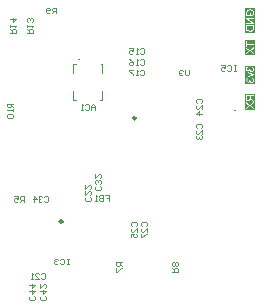
<source format=gbo>
G04*
G04 #@! TF.GenerationSoftware,Altium Limited,Altium Designer,22.10.1 (41)*
G04*
G04 Layer_Color=32896*
%FSLAX44Y44*%
%MOMM*%
G71*
G04*
G04 #@! TF.SameCoordinates,35C75811-A236-4261-A3B1-3B9E0A362E8F*
G04*
G04*
G04 #@! TF.FilePolarity,Positive*
G04*
G01*
G75*
%ADD10C,0.1000*%
%ADD12C,0.2500*%
G36*
X942699Y756825D02*
Y743175D01*
X934301D01*
Y756825D01*
X942699D01*
D02*
G37*
G36*
X942768Y780819D02*
Y765181D01*
X934232D01*
Y780819D01*
X942768D01*
D02*
G37*
G36*
X942699Y802575D02*
Y789425D01*
X934301D01*
Y802575D01*
X942699D01*
D02*
G37*
G36*
X942810Y808542D02*
X934190D01*
Y829458D01*
X942810D01*
Y808542D01*
D02*
G37*
%LPC*%
G36*
X941699Y755825D02*
X935301D01*
Y750203D01*
Y752857D01*
X935310Y752783D01*
Y752700D01*
X935320Y752506D01*
X935347Y752302D01*
X935375Y752080D01*
X935421Y751877D01*
X935449Y751775D01*
X935477Y751692D01*
Y751683D01*
X935486Y751674D01*
X935514Y751618D01*
X935551Y751535D01*
X935615Y751433D01*
X935698Y751322D01*
X935809Y751202D01*
X935939Y751091D01*
X936087Y750980D01*
X936096D01*
X936105Y750971D01*
X936161Y750934D01*
X936253Y750897D01*
X936374Y750841D01*
X936512Y750795D01*
X936679Y750749D01*
X936854Y750721D01*
X937048Y750712D01*
X937058D01*
X937076D01*
X937113D01*
X937159Y750721D01*
X937224D01*
X937289Y750730D01*
X937446Y750767D01*
X937631Y750823D01*
X937825Y750897D01*
X938019Y751008D01*
X938112Y751082D01*
X938204Y751156D01*
X938213Y751165D01*
X938223Y751174D01*
X938250Y751202D01*
X938278Y751239D01*
X938315Y751285D01*
X938352Y751341D01*
X938398Y751415D01*
X938454Y751489D01*
X938500Y751581D01*
X938546Y751683D01*
X938602Y751794D01*
X938648Y751914D01*
X938685Y752053D01*
X938731Y752191D01*
X938759Y752348D01*
X938787Y752515D01*
X938796Y752496D01*
X938814Y752459D01*
X938851Y752404D01*
X938888Y752330D01*
X938990Y752163D01*
X939055Y752080D01*
X939110Y752006D01*
X939129Y751988D01*
X939175Y751942D01*
X939249Y751868D01*
X939341Y751775D01*
X939471Y751674D01*
X939609Y751553D01*
X939776Y751433D01*
X939961Y751304D01*
X941699Y750203D01*
Y751257D01*
X940368Y752099D01*
X940358D01*
X940340Y752117D01*
X940312Y752136D01*
X940275Y752163D01*
X940173Y752228D01*
X940044Y752311D01*
X939905Y752413D01*
X939757Y752515D01*
X939619Y752617D01*
X939489Y752709D01*
X939480Y752718D01*
X939443Y752746D01*
X939388Y752792D01*
X939323Y752857D01*
X939184Y752996D01*
X939119Y753070D01*
X939064Y753143D01*
X939055Y753153D01*
X939045Y753171D01*
X939027Y753208D01*
X938999Y753264D01*
X938971Y753319D01*
X938944Y753384D01*
X938897Y753532D01*
Y753541D01*
X938888Y753560D01*
Y753597D01*
X938879Y753643D01*
X938870Y753708D01*
Y753782D01*
X938860Y753883D01*
Y754974D01*
X941699D01*
Y755825D01*
D02*
G37*
G36*
Y750037D02*
X938389Y747568D01*
X935301Y749750D01*
Y750037D01*
Y748743D01*
X936947Y747578D01*
X936956D01*
X936965Y747559D01*
X936993Y747541D01*
X937030Y747513D01*
X937122Y747458D01*
X937233Y747374D01*
X937363Y747291D01*
X937492Y747208D01*
X937612Y747134D01*
X937723Y747069D01*
X937705Y747060D01*
X937668Y747032D01*
X937594Y746986D01*
X937501Y746921D01*
X937400Y746847D01*
X937270Y746755D01*
X937141Y746662D01*
X937002Y746551D01*
X935301Y745275D01*
Y744175D01*
Y744351D01*
X938343Y746570D01*
X941699Y744175D01*
Y745220D01*
X939425Y746838D01*
X939415Y746847D01*
X939388Y746866D01*
X939351Y746884D01*
X939304Y746921D01*
X939175Y747004D01*
X939036Y747097D01*
X939045Y747106D01*
X939082Y747134D01*
X939138Y747171D01*
X939212Y747217D01*
X939360Y747319D01*
X939425Y747365D01*
X939480Y747402D01*
X941699Y749020D01*
Y750037D01*
D02*
G37*
%LPD*%
G36*
X938130Y753070D02*
X938121Y752959D01*
X938112Y752829D01*
X938102Y752681D01*
X938084Y752533D01*
X938056Y752385D01*
X938019Y752256D01*
X938010Y752237D01*
X937991Y752200D01*
X937964Y752145D01*
X937927Y752071D01*
X937871Y751988D01*
X937806Y751905D01*
X937723Y751821D01*
X937631Y751757D01*
X937622Y751747D01*
X937585Y751729D01*
X937529Y751701D01*
X937455Y751664D01*
X937372Y751637D01*
X937280Y751609D01*
X937169Y751590D01*
X937058Y751581D01*
X937048D01*
X937039D01*
X936984Y751590D01*
X936900Y751600D01*
X936789Y751618D01*
X936679Y751664D01*
X936549Y751720D01*
X936429Y751803D01*
X936309Y751914D01*
X936300Y751932D01*
X936263Y751979D01*
X936216Y752053D01*
X936161Y752173D01*
X936105Y752311D01*
X936059Y752496D01*
X936022Y752709D01*
X936013Y752959D01*
Y754974D01*
X938130D01*
Y753070D01*
D02*
G37*
%LPC*%
G36*
X939965Y779819D02*
D01*
X939864Y779033D01*
X939873D01*
X939891Y779024D01*
X939928Y779014D01*
X939975Y779005D01*
X940030Y778996D01*
X940095Y778977D01*
X940234Y778931D01*
X940400Y778866D01*
X940557Y778783D01*
X940705Y778691D01*
X940835Y778580D01*
X940844Y778561D01*
X940881Y778524D01*
X940927Y778450D01*
X940973Y778358D01*
X941029Y778247D01*
X941075Y778108D01*
X941112Y777951D01*
X941121Y777785D01*
Y777729D01*
X941112Y777692D01*
X941103Y777590D01*
X941075Y777461D01*
X941029Y777313D01*
X940964Y777156D01*
X940871Y776999D01*
X940742Y776851D01*
X940723Y776832D01*
X940668Y776786D01*
X940585Y776731D01*
X940474Y776657D01*
X940335Y776583D01*
X940178Y776527D01*
X939993Y776481D01*
X939790Y776462D01*
X939781D01*
X939762D01*
X939734D01*
X939697Y776472D01*
X939596Y776481D01*
X939475Y776509D01*
X939327Y776546D01*
X939180Y776610D01*
X939032Y776703D01*
X938893Y776823D01*
X938874Y776842D01*
X938837Y776888D01*
X938782Y776962D01*
X938717Y777064D01*
X938652Y777193D01*
X938597Y777350D01*
X938560Y777526D01*
X938542Y777720D01*
Y777803D01*
X938551Y777868D01*
X938560Y777951D01*
X938578Y778044D01*
X938597Y778155D01*
X938625Y778275D01*
X937931Y778182D01*
Y778136D01*
X937941Y778099D01*
Y777979D01*
X937922Y777877D01*
X937904Y777757D01*
X937876Y777618D01*
X937830Y777461D01*
X937765Y777313D01*
X937682Y777156D01*
Y777147D01*
X937673Y777137D01*
X937635Y777091D01*
X937571Y777027D01*
X937488Y776953D01*
X937367Y776879D01*
X937229Y776814D01*
X937072Y776768D01*
X936979Y776749D01*
X936877D01*
X936868D01*
X936859D01*
X936803D01*
X936729Y776768D01*
X936628Y776786D01*
X936517Y776823D01*
X936397Y776869D01*
X936276Y776943D01*
X936165Y777045D01*
X936156Y777054D01*
X936119Y777101D01*
X936073Y777165D01*
X936018Y777248D01*
X935971Y777359D01*
X935925Y777489D01*
X935888Y777637D01*
X935879Y777803D01*
Y777877D01*
X935897Y777960D01*
X935916Y778071D01*
X935953Y778191D01*
X935999Y778312D01*
X936073Y778441D01*
X936165Y778561D01*
X936175Y778570D01*
X936221Y778607D01*
X936286Y778663D01*
X936378Y778728D01*
X936498Y778792D01*
X936646Y778857D01*
X936822Y778913D01*
X937025Y778950D01*
X936887Y779735D01*
X936877D01*
X936850Y779726D01*
X936813Y779717D01*
X936757Y779708D01*
X936692Y779689D01*
X936618Y779661D01*
X936443Y779606D01*
X936239Y779514D01*
X936036Y779403D01*
X935842Y779264D01*
X935666Y779088D01*
X935657Y779079D01*
X935648Y779061D01*
X935629Y779033D01*
X935602Y778996D01*
X935564Y778950D01*
X935527Y778885D01*
X935490Y778820D01*
X935444Y778737D01*
X935370Y778552D01*
X935296Y778339D01*
X935250Y778090D01*
X935232Y777960D01*
Y779819D01*
X939965D01*
X935232D01*
Y775630D01*
Y777729D01*
X935241Y777627D01*
X935259Y777507D01*
X935287Y777359D01*
X935333Y777193D01*
X935389Y777027D01*
X935463Y776860D01*
Y776851D01*
X935472Y776842D01*
X935500Y776786D01*
X935555Y776703D01*
X935620Y776610D01*
X935712Y776499D01*
X935814Y776388D01*
X935934Y776278D01*
X936073Y776185D01*
X936092Y776176D01*
X936138Y776148D01*
X936221Y776111D01*
X936323Y776065D01*
X936443Y776019D01*
X936581Y775982D01*
X936739Y775954D01*
X936896Y775945D01*
X936914D01*
X936970D01*
X937044Y775954D01*
X937145Y775973D01*
X937266Y776000D01*
X937395Y776047D01*
X937524Y776102D01*
X937654Y776176D01*
X937673Y776185D01*
X937710Y776213D01*
X937774Y776268D01*
X937848Y776342D01*
X937931Y776435D01*
X938024Y776546D01*
X938107Y776675D01*
X938190Y776832D01*
Y776823D01*
X938199Y776805D01*
X938209Y776777D01*
X938218Y776740D01*
X938255Y776638D01*
X938310Y776509D01*
X938384Y776361D01*
X938477Y776213D01*
X938597Y776074D01*
X938736Y775945D01*
X938754Y775936D01*
X938810Y775899D01*
X938902Y775843D01*
X939022Y775788D01*
X939170Y775732D01*
X939346Y775677D01*
X939549Y775640D01*
X939771Y775630D01*
X939854D01*
X939910Y775640D01*
X939984Y775649D01*
X940067Y775667D01*
X940160Y775686D01*
X940261Y775704D01*
X940483Y775778D01*
X940603Y775834D01*
X940714Y775889D01*
X940835Y775963D01*
X940955Y776047D01*
X941075Y776139D01*
X941186Y776250D01*
X941195Y776259D01*
X941214Y776278D01*
X941241Y776315D01*
X941278Y776361D01*
X941324Y776416D01*
X941371Y776490D01*
X941426Y776573D01*
X941472Y776675D01*
X941528Y776777D01*
X941583Y776897D01*
X941630Y777017D01*
X941676Y777156D01*
X941713Y777304D01*
X941740Y777461D01*
X941759Y777618D01*
X941768Y777794D01*
Y777877D01*
X941759Y777933D01*
X941750Y778007D01*
X941740Y778090D01*
X941722Y778182D01*
X941704Y778284D01*
X941648Y778506D01*
X941556Y778737D01*
X941500Y778857D01*
X941435Y778968D01*
X941352Y779079D01*
X941269Y779190D01*
X941260Y779199D01*
X941241Y779218D01*
X941214Y779245D01*
X941177Y779273D01*
X941130Y779319D01*
X941066Y779366D01*
X941001Y779421D01*
X940918Y779477D01*
X940825Y779532D01*
X940733Y779587D01*
X940511Y779689D01*
X940252Y779772D01*
X940113Y779800D01*
X939965Y779819D01*
D02*
G37*
G36*
X941657Y775122D02*
X937016D01*
Y770860D01*
D01*
X941657Y772626D01*
Y773374D01*
X937016Y775122D01*
X941657D01*
D02*
G37*
G36*
X939965Y770370D02*
D01*
X939864Y769584D01*
X939873D01*
X939891Y769575D01*
X939928Y769565D01*
X939975Y769556D01*
X940030Y769547D01*
X940095Y769528D01*
X940234Y769482D01*
X940400Y769417D01*
X940557Y769334D01*
X940705Y769242D01*
X940835Y769131D01*
X940844Y769112D01*
X940881Y769075D01*
X940927Y769001D01*
X940973Y768909D01*
X941029Y768798D01*
X941075Y768659D01*
X941112Y768502D01*
X941121Y768336D01*
Y768280D01*
X941112Y768243D01*
X941103Y768141D01*
X941075Y768012D01*
X941029Y767864D01*
X940964Y767707D01*
X940871Y767550D01*
X940742Y767402D01*
X940723Y767383D01*
X940668Y767337D01*
X940585Y767282D01*
X940474Y767208D01*
X940335Y767134D01*
X940178Y767078D01*
X939993Y767032D01*
X939790Y767013D01*
X939781D01*
X939762D01*
X939734D01*
X939697Y767023D01*
X939596Y767032D01*
X939475Y767060D01*
X939327Y767097D01*
X939180Y767161D01*
X939032Y767254D01*
X938893Y767374D01*
X938874Y767393D01*
X938837Y767439D01*
X938782Y767513D01*
X938717Y767615D01*
X938652Y767744D01*
X938597Y767901D01*
X938560Y768077D01*
X938542Y768271D01*
Y768354D01*
X938551Y768419D01*
X938560Y768502D01*
X938578Y768595D01*
X938597Y768705D01*
X938625Y768826D01*
X937931Y768733D01*
Y768687D01*
X937941Y768650D01*
Y768530D01*
X937922Y768428D01*
X937904Y768308D01*
X937876Y768169D01*
X937830Y768012D01*
X937765Y767864D01*
X937682Y767707D01*
Y767698D01*
X937673Y767688D01*
X937635Y767642D01*
X937571Y767578D01*
X937488Y767504D01*
X937367Y767430D01*
X937229Y767365D01*
X937072Y767319D01*
X936979Y767300D01*
X936877D01*
X936868D01*
X936859D01*
X936803D01*
X936729Y767319D01*
X936628Y767337D01*
X936517Y767374D01*
X936397Y767420D01*
X936276Y767494D01*
X936165Y767596D01*
X936156Y767605D01*
X936119Y767651D01*
X936073Y767716D01*
X936018Y767799D01*
X935971Y767910D01*
X935925Y768040D01*
X935888Y768188D01*
X935879Y768354D01*
Y768428D01*
X935897Y768511D01*
X935916Y768622D01*
X935953Y768742D01*
X935999Y768863D01*
X936073Y768992D01*
X936165Y769112D01*
X936175Y769121D01*
X936221Y769158D01*
X936286Y769214D01*
X936378Y769279D01*
X936498Y769343D01*
X936646Y769408D01*
X936822Y769464D01*
X937025Y769501D01*
X936887Y770286D01*
X936877D01*
X936850Y770277D01*
X936813Y770268D01*
X936757Y770259D01*
X936692Y770240D01*
X936618Y770212D01*
X936443Y770157D01*
X936239Y770065D01*
X936036Y769954D01*
X935842Y769815D01*
X935666Y769639D01*
X935657Y769630D01*
X935648Y769612D01*
X935629Y769584D01*
X935602Y769547D01*
X935564Y769501D01*
X935527Y769436D01*
X935490Y769371D01*
X935444Y769288D01*
X935370Y769103D01*
X935296Y768890D01*
X935250Y768641D01*
X935232Y768511D01*
Y768530D01*
Y766181D01*
Y768280D01*
X935241Y768178D01*
X935259Y768058D01*
X935287Y767910D01*
X935333Y767744D01*
X935389Y767578D01*
X935463Y767411D01*
Y767402D01*
X935472Y767393D01*
X935500Y767337D01*
X935555Y767254D01*
X935620Y767161D01*
X935712Y767050D01*
X935814Y766939D01*
X935934Y766829D01*
X936073Y766736D01*
X936092Y766727D01*
X936138Y766699D01*
X936221Y766662D01*
X936323Y766616D01*
X936443Y766570D01*
X936581Y766533D01*
X936739Y766505D01*
X936896Y766496D01*
X936914D01*
X936970D01*
X937044Y766505D01*
X937145Y766524D01*
X937266Y766551D01*
X937395Y766598D01*
X937524Y766653D01*
X937654Y766727D01*
X937673Y766736D01*
X937710Y766764D01*
X937774Y766819D01*
X937848Y766893D01*
X937931Y766986D01*
X938024Y767097D01*
X938107Y767226D01*
X938190Y767383D01*
Y767374D01*
X938199Y767356D01*
X938209Y767328D01*
X938218Y767291D01*
X938255Y767189D01*
X938310Y767060D01*
X938384Y766912D01*
X938477Y766764D01*
X938597Y766625D01*
X938736Y766496D01*
X938754Y766487D01*
X938810Y766450D01*
X938902Y766394D01*
X939022Y766339D01*
X939170Y766283D01*
X939346Y766228D01*
X939549Y766191D01*
X939771Y766181D01*
X939854D01*
X939910Y766191D01*
X939984Y766200D01*
X940067Y766218D01*
X940160Y766237D01*
X940261Y766255D01*
X940483Y766329D01*
X940603Y766385D01*
X940714Y766440D01*
X940835Y766514D01*
X940955Y766598D01*
X941075Y766690D01*
X941186Y766801D01*
X941195Y766810D01*
X941214Y766829D01*
X941241Y766866D01*
X941278Y766912D01*
X941324Y766967D01*
X941371Y767041D01*
X941426Y767124D01*
X941472Y767226D01*
X941528Y767328D01*
X941583Y767448D01*
X941630Y767568D01*
X941676Y767707D01*
X941713Y767855D01*
X941740Y768012D01*
X941759Y768169D01*
X941768Y768345D01*
Y768040D01*
Y768345D01*
Y768428D01*
X941759Y768484D01*
X941750Y768558D01*
X941740Y768641D01*
X941722Y768733D01*
X941704Y768835D01*
X941648Y769057D01*
X941556Y769288D01*
X941500Y769408D01*
X941435Y769519D01*
X941352Y769630D01*
X941269Y769741D01*
X941260Y769750D01*
X941241Y769769D01*
X941214Y769796D01*
X941177Y769824D01*
X941130Y769870D01*
X941066Y769917D01*
X941001Y769972D01*
X940918Y770028D01*
X940825Y770083D01*
X940733Y770138D01*
X940511Y770240D01*
X940252Y770323D01*
X940113Y770351D01*
X939965Y770370D01*
D02*
G37*
%LPD*%
G36*
X939799Y773291D02*
X939808D01*
X939817Y773282D01*
X939845Y773273D01*
X939873Y773263D01*
X939965Y773236D01*
X940086Y773199D01*
X940224Y773153D01*
X940381Y773097D01*
X940557Y773051D01*
X940733Y772995D01*
X940714Y772986D01*
X940668Y772977D01*
X940594Y772949D01*
X940483Y772921D01*
X940363Y772875D01*
X940206Y772829D01*
X940039Y772764D01*
X939854Y772700D01*
X937016Y771673D01*
Y774290D01*
X939799Y773291D01*
D02*
G37*
%LPC*%
G36*
X941699Y801575D02*
Y799467D01*
X936059D01*
Y801575D01*
X941699D01*
X935301D01*
Y796508D01*
X936059D01*
Y798616D01*
X941699D01*
Y801575D01*
D02*
G37*
G36*
Y796287D02*
X938389Y793818D01*
X935301Y796000D01*
Y796287D01*
Y790425D01*
D01*
Y790601D01*
X938343Y792820D01*
X941699Y790425D01*
Y791470D01*
X939425Y793088D01*
X939415Y793097D01*
X939388Y793115D01*
X939351Y793134D01*
X939304Y793171D01*
X939175Y793254D01*
X939036Y793346D01*
X939045Y793356D01*
X939082Y793383D01*
X939138Y793420D01*
X939212Y793467D01*
X939360Y793568D01*
X939425Y793615D01*
X939480Y793652D01*
X941699Y795270D01*
Y796287D01*
D02*
G37*
%LPD*%
G36*
X936947Y793827D02*
X936956D01*
X936965Y793809D01*
X936993Y793790D01*
X937030Y793763D01*
X937122Y793707D01*
X937233Y793624D01*
X937363Y793541D01*
X937492Y793457D01*
X937612Y793383D01*
X937723Y793319D01*
X937705Y793310D01*
X937668Y793282D01*
X937594Y793236D01*
X937501Y793171D01*
X937400Y793097D01*
X937270Y793005D01*
X937141Y792912D01*
X937002Y792801D01*
X935301Y791525D01*
Y794992D01*
X936947Y793827D01*
D02*
G37*
%LPC*%
G36*
X938537Y828458D02*
X935190D01*
Y822532D01*
Y825139D01*
X935199Y825084D01*
Y825010D01*
X935218Y824834D01*
X935246Y824640D01*
X935292Y824436D01*
X935347Y824214D01*
X935421Y824002D01*
Y823993D01*
X935430Y823974D01*
X935440Y823946D01*
X935458Y823909D01*
X935514Y823808D01*
X935578Y823678D01*
X935671Y823540D01*
X935782Y823392D01*
X935902Y823253D01*
X936050Y823123D01*
X936068Y823105D01*
X936124Y823068D01*
X936207Y823013D01*
X936327Y822939D01*
X936475Y822865D01*
X936660Y822781D01*
X936863Y822698D01*
X937095Y822634D01*
X937298Y823401D01*
X937289D01*
X937280Y823410D01*
X937252Y823419D01*
X937215Y823429D01*
X937132Y823456D01*
X937021Y823493D01*
X936891Y823549D01*
X936771Y823614D01*
X936642Y823678D01*
X936531Y823762D01*
X936521Y823771D01*
X936484Y823799D01*
X936438Y823854D01*
X936374Y823919D01*
X936300Y824002D01*
X936226Y824113D01*
X936152Y824233D01*
X936087Y824372D01*
X936078Y824390D01*
X936059Y824436D01*
X936031Y824520D01*
X935994Y824631D01*
X935967Y824760D01*
X935939Y824908D01*
X935920Y825074D01*
X935911Y825250D01*
Y825352D01*
X935920Y825398D01*
Y825453D01*
X935930Y825592D01*
X935957Y825749D01*
X935985Y825925D01*
X936031Y826091D01*
X936096Y826258D01*
X936105Y826276D01*
X936124Y826332D01*
X936170Y826406D01*
X936216Y826498D01*
X936290Y826609D01*
X936364Y826729D01*
X936457Y826840D01*
X936558Y826942D01*
X936568Y826951D01*
X936605Y826988D01*
X936669Y827034D01*
X936743Y827090D01*
X936836Y827155D01*
X936947Y827219D01*
X937067Y827284D01*
X937196Y827349D01*
X937206D01*
X937224Y827358D01*
X937252Y827367D01*
X937298Y827386D01*
X937354Y827404D01*
X937418Y827423D01*
X937492Y827450D01*
X937575Y827469D01*
X937770Y827515D01*
X937991Y827552D01*
X938223Y827580D01*
X938482Y827589D01*
X938491D01*
X938519D01*
X938565D01*
X938620Y827580D01*
X938694D01*
X938787Y827571D01*
X938879Y827561D01*
X938981Y827552D01*
X939212Y827515D01*
X939452Y827469D01*
X939693Y827395D01*
X939924Y827302D01*
X939933D01*
X939951Y827284D01*
X939979Y827275D01*
X940016Y827247D01*
X940118Y827182D01*
X940247Y827081D01*
X940386Y826960D01*
X940525Y826813D01*
X940654Y826637D01*
X940774Y826443D01*
Y826433D01*
X940784Y826415D01*
X940802Y826387D01*
X940821Y826341D01*
X940839Y826295D01*
X940858Y826230D01*
X940913Y826082D01*
X940959Y825897D01*
X941005Y825694D01*
X941042Y825472D01*
X941052Y825241D01*
Y825148D01*
X941042Y825093D01*
Y825037D01*
X941024Y824899D01*
X941005Y824732D01*
X940969Y824557D01*
X940913Y824362D01*
X940848Y824168D01*
Y824159D01*
X940839Y824140D01*
X940830Y824122D01*
X940811Y824085D01*
X940765Y823983D01*
X940710Y823872D01*
X940645Y823743D01*
X940571Y823604D01*
X940488Y823475D01*
X940395Y823364D01*
X939193D01*
Y825250D01*
X938435D01*
Y822532D01*
X940811D01*
X940821Y822541D01*
X940830Y822560D01*
X940858Y822597D01*
X940895Y822643D01*
X940932Y822698D01*
X940978Y822763D01*
X941033Y822846D01*
X941089Y822929D01*
X941209Y823123D01*
X941338Y823345D01*
X941459Y823577D01*
X941560Y823826D01*
Y823835D01*
X941570Y823854D01*
X941579Y823891D01*
X941597Y823937D01*
X941616Y824002D01*
X941644Y824076D01*
X941662Y824159D01*
X941681Y824242D01*
X941727Y824446D01*
X941773Y824677D01*
X941801Y824926D01*
X941810Y825185D01*
Y825278D01*
X941801Y825342D01*
Y825426D01*
X941791Y825527D01*
X941773Y825638D01*
X941764Y825759D01*
X941708Y826027D01*
X941644Y826313D01*
X941542Y826609D01*
X941486Y826757D01*
X941412Y826905D01*
X941403Y826914D01*
X941394Y826942D01*
X941366Y826979D01*
X941338Y827034D01*
X941292Y827099D01*
X941246Y827164D01*
X941116Y827339D01*
X940950Y827524D01*
X940747Y827719D01*
X940516Y827904D01*
X940247Y828070D01*
X940238D01*
X940210Y828088D01*
X940173Y828107D01*
X940109Y828135D01*
X940044Y828162D01*
X939951Y828190D01*
X939859Y828227D01*
X939748Y828264D01*
X939628Y828301D01*
X939489Y828338D01*
X939351Y828366D01*
X939203Y828393D01*
X938879Y828440D01*
X938537Y828458D01*
D02*
G37*
G36*
X941699Y821293D02*
X935301D01*
Y816254D01*
X941699D01*
Y817132D01*
X936679Y820479D01*
X941699D01*
Y821293D01*
D02*
G37*
G36*
Y814830D02*
X935301D01*
Y809542D01*
D01*
Y812371D01*
X935310Y812205D01*
X935320Y812020D01*
X935338Y811835D01*
X935366Y811650D01*
X935394Y811493D01*
Y811483D01*
X935403Y811465D01*
Y811437D01*
X935421Y811400D01*
X935449Y811298D01*
X935495Y811169D01*
X935560Y811021D01*
X935643Y810864D01*
X935735Y810707D01*
X935856Y810559D01*
X935865Y810549D01*
X935874Y810540D01*
X935902Y810512D01*
X935930Y810475D01*
X936022Y810383D01*
X936152Y810272D01*
X936309Y810152D01*
X936494Y810023D01*
X936706Y809902D01*
X936947Y809801D01*
X936956D01*
X936974Y809791D01*
X937011Y809773D01*
X937067Y809764D01*
X937132Y809736D01*
X937206Y809717D01*
X937289Y809699D01*
X937391Y809671D01*
X937492Y809643D01*
X937612Y809625D01*
X937871Y809579D01*
X938158Y809551D01*
X938472Y809542D01*
X938592D01*
X938657Y809551D01*
X938731D01*
X938907Y809560D01*
X939110Y809588D01*
X939323Y809616D01*
X939545Y809662D01*
X939767Y809717D01*
X939776D01*
X939794Y809727D01*
X939822Y809736D01*
X939859Y809745D01*
X939961Y809782D01*
X940090Y809838D01*
X940238Y809893D01*
X940386Y809967D01*
X940543Y810060D01*
X940691Y810152D01*
X940710Y810161D01*
X940756Y810198D01*
X940821Y810254D01*
X940904Y810328D01*
X940996Y810411D01*
X941089Y810512D01*
X941190Y810614D01*
X941274Y810734D01*
X941283Y810753D01*
X941311Y810790D01*
X941348Y810855D01*
X941394Y810947D01*
X941449Y811058D01*
X941496Y811188D01*
X941551Y811335D01*
X941597Y811502D01*
Y811520D01*
X941607Y811548D01*
X941616Y811576D01*
X941625Y811668D01*
X941644Y811798D01*
X941662Y811946D01*
X941681Y812121D01*
X941690Y812315D01*
X941699Y812528D01*
Y814830D01*
D02*
G37*
%LPD*%
G36*
X938380Y828449D02*
X938297D01*
X938195Y828440D01*
X938093Y828421D01*
X937973Y828412D01*
X937843Y828384D01*
X937705Y828366D01*
X937409Y828292D01*
X937104Y828199D01*
X936799Y828070D01*
X936789Y828061D01*
X936762Y828051D01*
X936725Y828033D01*
X936669Y827996D01*
X936595Y827959D01*
X936521Y827913D01*
X936346Y827783D01*
X936142Y827626D01*
X935948Y827432D01*
X935754Y827210D01*
X935671Y827081D01*
X935588Y826951D01*
X935578Y826942D01*
X935569Y826914D01*
X935551Y826877D01*
X935523Y826822D01*
X935495Y826748D01*
X935458Y826665D01*
X935421Y826572D01*
X935384Y826461D01*
X935347Y826341D01*
X935320Y826212D01*
X935283Y826073D01*
X935255Y825925D01*
X935209Y825601D01*
X935190Y825435D01*
Y828458D01*
X938445D01*
X938380Y828449D01*
D02*
G37*
G36*
X940331Y817068D02*
X935301D01*
Y820424D01*
X940331Y817068D01*
D02*
G37*
G36*
X940941Y812463D02*
X940932Y812399D01*
X940922Y812260D01*
X940913Y812103D01*
X940895Y811936D01*
X940867Y811770D01*
X940830Y811631D01*
X940821Y811613D01*
X940811Y811566D01*
X940784Y811502D01*
X940747Y811419D01*
X940691Y811326D01*
X940636Y811234D01*
X940571Y811141D01*
X940497Y811049D01*
X940479Y811040D01*
X940442Y811003D01*
X940377Y810947D01*
X940284Y810882D01*
X940164Y810808D01*
X940025Y810725D01*
X939868Y810651D01*
X939693Y810586D01*
X939683D01*
X939665Y810577D01*
X939637Y810568D01*
X939600Y810559D01*
X939554Y810549D01*
X939489Y810531D01*
X939425Y810512D01*
X939351Y810494D01*
X939166Y810466D01*
X938953Y810439D01*
X938713Y810420D01*
X938454Y810411D01*
X938445D01*
X938408D01*
X938361D01*
X938287Y810420D01*
X938204D01*
X938112Y810429D01*
X938001Y810439D01*
X937890Y810448D01*
X937640Y810494D01*
X937381Y810549D01*
X937141Y810633D01*
X937021Y810688D01*
X936919Y810744D01*
X936910D01*
X936891Y810762D01*
X936863Y810781D01*
X936826Y810799D01*
X936734Y810873D01*
X936623Y810966D01*
X936503Y811086D01*
X936383Y811224D01*
X936281Y811382D01*
X936198Y811548D01*
X936189Y811566D01*
X936179Y811613D01*
X936152Y811696D01*
X936124Y811816D01*
X936105Y811964D01*
X936078Y812149D01*
X936068Y812260D01*
Y812380D01*
X936059Y812500D01*
Y813980D01*
X940941D01*
Y812463D01*
D02*
G37*
D10*
X793000Y786000D02*
G03*
X794000Y786000I500J0D01*
G01*
D02*
G03*
X793000Y786000I-500J0D01*
G01*
X925000Y743000D02*
G03*
X926000Y743000I500J0D01*
G01*
D02*
G03*
X925000Y743000I-500J0D01*
G01*
X811000Y752000D02*
X813500D01*
Y759000D01*
Y775000D02*
Y782000D01*
X812000D02*
X813500D01*
X788500Y752000D02*
X791000D01*
X788500D02*
Y759000D01*
Y775000D02*
Y782000D01*
X791000D01*
X785248Y617499D02*
X783582D01*
X784415D01*
Y612501D01*
X785248D01*
X783582D01*
X777750Y616666D02*
X778584Y617499D01*
X780250D01*
X781083Y616666D01*
Y613334D01*
X780250Y612501D01*
X778584D01*
X777750Y613334D01*
X776084Y616666D02*
X775251Y617499D01*
X773585D01*
X772752Y616666D01*
Y615833D01*
X773585Y615000D01*
X774418D01*
X773585D01*
X772752Y614167D01*
Y613334D01*
X773585Y612501D01*
X775251D01*
X776084Y613334D01*
X774165Y825001D02*
Y829999D01*
X771666D01*
X770833Y829166D01*
Y827500D01*
X771666Y826667D01*
X774165D01*
X772499D02*
X770833Y825001D01*
X769167Y825834D02*
X768334Y825001D01*
X766668D01*
X765835Y825834D01*
Y829166D01*
X766668Y829999D01*
X768334D01*
X769167Y829166D01*
Y828333D01*
X768334Y827500D01*
X765835D01*
X750001Y808752D02*
X754999D01*
Y811251D01*
X754166Y812084D01*
X752500D01*
X751667Y811251D01*
Y808752D01*
Y810418D02*
X750001Y812084D01*
Y813750D02*
Y815416D01*
Y814583D01*
X754999D01*
X754166Y813750D01*
Y817916D02*
X754999Y818749D01*
Y820415D01*
X754166Y821248D01*
X753333D01*
X752500Y820415D01*
Y819582D01*
Y820415D01*
X751667Y821248D01*
X750834D01*
X750001Y820415D01*
Y818749D01*
X750834Y817916D01*
X735001Y808752D02*
X739999D01*
Y811251D01*
X739166Y812084D01*
X737500D01*
X736667Y811251D01*
Y808752D01*
Y810418D02*
X735001Y812084D01*
Y813750D02*
Y815416D01*
Y814583D01*
X739999D01*
X739166Y813750D01*
X735001Y820415D02*
X739999D01*
X737500Y817916D01*
Y821248D01*
X737499Y748748D02*
X732501D01*
Y746249D01*
X733334Y745416D01*
X735000D01*
X735833Y746249D01*
Y748748D01*
Y747082D02*
X737499Y745416D01*
Y743750D02*
Y742084D01*
Y742916D01*
X732501D01*
X733334Y743750D01*
Y739584D02*
X732501Y738751D01*
Y737085D01*
X733334Y736252D01*
X736666D01*
X737499Y737085D01*
Y738751D01*
X736666Y739584D01*
X733334D01*
X926248Y781499D02*
X924582D01*
X925415D01*
Y776501D01*
X926248D01*
X924582D01*
X918750Y780666D02*
X919584Y781499D01*
X921250D01*
X922083Y780666D01*
Y777334D01*
X921250Y776501D01*
X919584D01*
X918750Y777334D01*
X913752Y781499D02*
X917084D01*
Y779000D01*
X915418Y779833D01*
X914585D01*
X913752Y779000D01*
Y777334D01*
X914585Y776501D01*
X916251D01*
X917084Y777334D01*
X886665Y777499D02*
Y773334D01*
X885832Y772501D01*
X884166D01*
X883333Y773334D01*
Y777499D01*
X881667Y776666D02*
X880834Y777499D01*
X879168D01*
X878335Y776666D01*
Y775833D01*
X879168Y775000D01*
X880001D01*
X879168D01*
X878335Y774167D01*
Y773334D01*
X879168Y772501D01*
X880834D01*
X881667Y773334D01*
X872501Y605835D02*
X877499D01*
Y608334D01*
X876666Y609167D01*
X875000D01*
X874167Y608334D01*
Y605835D01*
Y607501D02*
X872501Y609167D01*
X876666Y610833D02*
X877499Y611666D01*
Y613332D01*
X876666Y614165D01*
X875833D01*
X875000Y613332D01*
X874167Y614165D01*
X873334D01*
X872501Y613332D01*
Y611666D01*
X873334Y610833D01*
X874167D01*
X875000Y611666D01*
X875833Y610833D01*
X876666D01*
X875000Y611666D02*
Y613332D01*
X829999Y614165D02*
X825001D01*
Y611666D01*
X825834Y610833D01*
X827500D01*
X828333Y611666D01*
Y614165D01*
Y612499D02*
X829999Y610833D01*
X825001Y609167D02*
Y605835D01*
X825834D01*
X829166Y609167D01*
X829999D01*
X747165Y665501D02*
Y670499D01*
X744666D01*
X743833Y669666D01*
Y668000D01*
X744666Y667167D01*
X747165D01*
X745499D02*
X743833Y665501D01*
X738835Y670499D02*
X742167D01*
Y668000D01*
X740501Y668833D01*
X739668D01*
X738835Y668000D01*
Y666334D01*
X739668Y665501D01*
X741334D01*
X742167Y666334D01*
X815499Y671499D02*
X818831D01*
Y669000D01*
X817165D01*
X818831D01*
Y666501D01*
X813833Y671499D02*
Y666501D01*
X811334D01*
X810501Y667334D01*
Y668167D01*
X811334Y669000D01*
X813833D01*
X811334D01*
X810501Y669833D01*
Y670666D01*
X811334Y671499D01*
X813833D01*
X808835Y666501D02*
X807169D01*
X808002D01*
Y671499D01*
X808835Y670666D01*
X755666Y585668D02*
X756499Y584835D01*
Y583169D01*
X755666Y582336D01*
X752334D01*
X751501Y583169D01*
Y584835D01*
X752334Y585668D01*
X751501Y589833D02*
X756499D01*
X754000Y587334D01*
Y590666D01*
X751501Y594831D02*
X756499D01*
X754000Y592332D01*
Y595664D01*
X764666Y585668D02*
X765499Y584835D01*
Y583169D01*
X764666Y582336D01*
X761334D01*
X760501Y583169D01*
Y584835D01*
X761334Y585668D01*
X760501Y589833D02*
X765499D01*
X763000Y587334D01*
Y590666D01*
X760501Y595664D02*
Y592332D01*
X763833Y595664D01*
X764666D01*
X765499Y594831D01*
Y593165D01*
X764666Y592332D01*
X764332Y669666D02*
X765165Y670499D01*
X766831D01*
X767664Y669666D01*
Y666334D01*
X766831Y665501D01*
X765165D01*
X764332Y666334D01*
X762666Y669666D02*
X761833Y670499D01*
X760167D01*
X759334Y669666D01*
Y668833D01*
X760167Y668000D01*
X761000D01*
X760167D01*
X759334Y667167D01*
Y666334D01*
X760167Y665501D01*
X761833D01*
X762666Y666334D01*
X755169Y665501D02*
Y670499D01*
X757668Y668000D01*
X754335D01*
X811666Y678668D02*
X812499Y677835D01*
Y676169D01*
X811666Y675335D01*
X808334D01*
X807501Y676169D01*
Y677835D01*
X808334Y678668D01*
X811666Y680334D02*
X812499Y681167D01*
Y682833D01*
X811666Y683666D01*
X810833D01*
X810000Y682833D01*
Y682000D01*
Y682833D01*
X809167Y683666D01*
X808334D01*
X807501Y682833D01*
Y681167D01*
X808334Y680334D01*
X807501Y688664D02*
Y685332D01*
X810833Y688664D01*
X811666D01*
X812499Y687831D01*
Y686165D01*
X811666Y685332D01*
X847334Y645332D02*
X846501Y646165D01*
Y647831D01*
X847334Y648664D01*
X850666D01*
X851499Y647831D01*
Y646165D01*
X850666Y645332D01*
X851499Y640334D02*
Y643666D01*
X848167Y640334D01*
X847334D01*
X846501Y641167D01*
Y642833D01*
X847334Y643666D01*
X846501Y638668D02*
Y635336D01*
X847334D01*
X850666Y638668D01*
X851499D01*
X838334Y645332D02*
X837501Y646165D01*
Y647831D01*
X838334Y648664D01*
X841666D01*
X842499Y647831D01*
Y646165D01*
X841666Y645332D01*
X842499Y640334D02*
Y643666D01*
X839167Y640334D01*
X838334D01*
X837501Y641167D01*
Y642833D01*
X838334Y643666D01*
X837501Y635336D02*
Y638668D01*
X840000D01*
X839167Y637002D01*
Y636169D01*
X840000Y635336D01*
X841666D01*
X842499Y636169D01*
Y637835D01*
X841666Y638668D01*
X893334Y749332D02*
X892501Y750165D01*
Y751831D01*
X893334Y752664D01*
X896666D01*
X897499Y751831D01*
Y750165D01*
X896666Y749332D01*
X897499Y744334D02*
Y747666D01*
X894167Y744334D01*
X893334D01*
X892501Y745167D01*
Y746833D01*
X893334Y747666D01*
X897499Y740169D02*
X892501D01*
X895000Y742668D01*
Y739335D01*
X893334Y728332D02*
X892501Y729165D01*
Y730831D01*
X893334Y731664D01*
X896666D01*
X897499Y730831D01*
Y729165D01*
X896666Y728332D01*
X897499Y723334D02*
Y726666D01*
X894167Y723334D01*
X893334D01*
X892501Y724167D01*
Y725833D01*
X893334Y726666D01*
Y721668D02*
X892501Y720835D01*
Y719168D01*
X893334Y718335D01*
X894167D01*
X895000Y719168D01*
Y720002D01*
Y719168D01*
X895833Y718335D01*
X896666D01*
X897499Y719168D01*
Y720835D01*
X896666Y721668D01*
X802666Y669668D02*
X803499Y668835D01*
Y667169D01*
X802666Y666336D01*
X799334D01*
X798501Y667169D01*
Y668835D01*
X799334Y669668D01*
X798501Y674666D02*
Y671334D01*
X801833Y674666D01*
X802666D01*
X803499Y673833D01*
Y672167D01*
X802666Y671334D01*
X798501Y679665D02*
Y676332D01*
X801833Y679665D01*
X802666D01*
X803499Y678831D01*
Y677165D01*
X802666Y676332D01*
X761499Y604666D02*
X762332Y605499D01*
X763998D01*
X764831Y604666D01*
Y601334D01*
X763998Y600501D01*
X762332D01*
X761499Y601334D01*
X756501Y600501D02*
X759833D01*
X756501Y603833D01*
Y604666D01*
X757334Y605499D01*
X759000D01*
X759833Y604666D01*
X754835Y600501D02*
X753169D01*
X754002D01*
Y605499D01*
X754835Y604666D01*
X844916Y776666D02*
X845749Y777499D01*
X847415D01*
X848248Y776666D01*
Y773334D01*
X847415Y772501D01*
X845749D01*
X844916Y773334D01*
X843250Y772501D02*
X841583D01*
X842417D01*
Y777499D01*
X843250Y776666D01*
X839084Y777499D02*
X835752D01*
Y776666D01*
X839084Y773334D01*
Y772501D01*
X844916Y785666D02*
X845749Y786499D01*
X847415D01*
X848248Y785666D01*
Y782334D01*
X847415Y781501D01*
X845749D01*
X844916Y782334D01*
X843250Y781501D02*
X841583D01*
X842417D01*
Y786499D01*
X843250Y785666D01*
X835752Y786499D02*
X837418Y785666D01*
X839084Y784000D01*
Y782334D01*
X838251Y781501D01*
X836585D01*
X835752Y782334D01*
Y783167D01*
X836585Y784000D01*
X839084D01*
X844916Y794666D02*
X845749Y795499D01*
X847415D01*
X848248Y794666D01*
Y791334D01*
X847415Y790501D01*
X845749D01*
X844916Y791334D01*
X843250Y790501D02*
X841583D01*
X842417D01*
Y795499D01*
X843250Y794666D01*
X835752Y795499D02*
X839084D01*
Y793000D01*
X837418Y793833D01*
X836585D01*
X835752Y793000D01*
Y791334D01*
X836585Y790501D01*
X838251D01*
X839084Y791334D01*
X806831Y743501D02*
Y746833D01*
X805165Y748499D01*
X803499Y746833D01*
Y743501D01*
Y746000D01*
X806831D01*
X798501Y747666D02*
X799334Y748499D01*
X801000D01*
X801833Y747666D01*
Y744334D01*
X801000Y743501D01*
X799334D01*
X798501Y744334D01*
X796835Y743501D02*
X795169D01*
X796002D01*
Y748499D01*
X796835Y747666D01*
D12*
X779754Y648750D02*
G03*
X779754Y648750I-1250J0D01*
G01*
X841516Y736356D02*
G03*
X841516Y736356I-1013J0D01*
G01*
M02*

</source>
